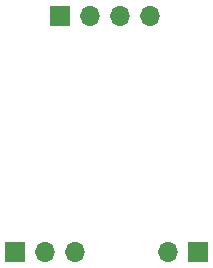
<source format=gbs>
G04 #@! TF.FileFunction,Soldermask,Bot*
%FSLAX46Y46*%
G04 Gerber Fmt 4.6, Leading zero omitted, Abs format (unit mm)*
G04 Created by KiCad (PCBNEW 4.0.2-stable) date 9/5/2017 9:47:42 PM*
%MOMM*%
G01*
G04 APERTURE LIST*
%ADD10C,0.100000*%
%ADD11R,1.700000X1.700000*%
%ADD12O,1.700000X1.700000*%
G04 APERTURE END LIST*
D10*
D11*
X55918000Y-51981000D03*
D12*
X58458000Y-51981000D03*
X60998000Y-51981000D03*
X63538000Y-51981000D03*
D11*
X52108000Y-71920000D03*
D12*
X54648000Y-71920000D03*
X57188000Y-71920000D03*
D11*
X67602000Y-71920000D03*
D12*
X65062000Y-71920000D03*
M02*

</source>
